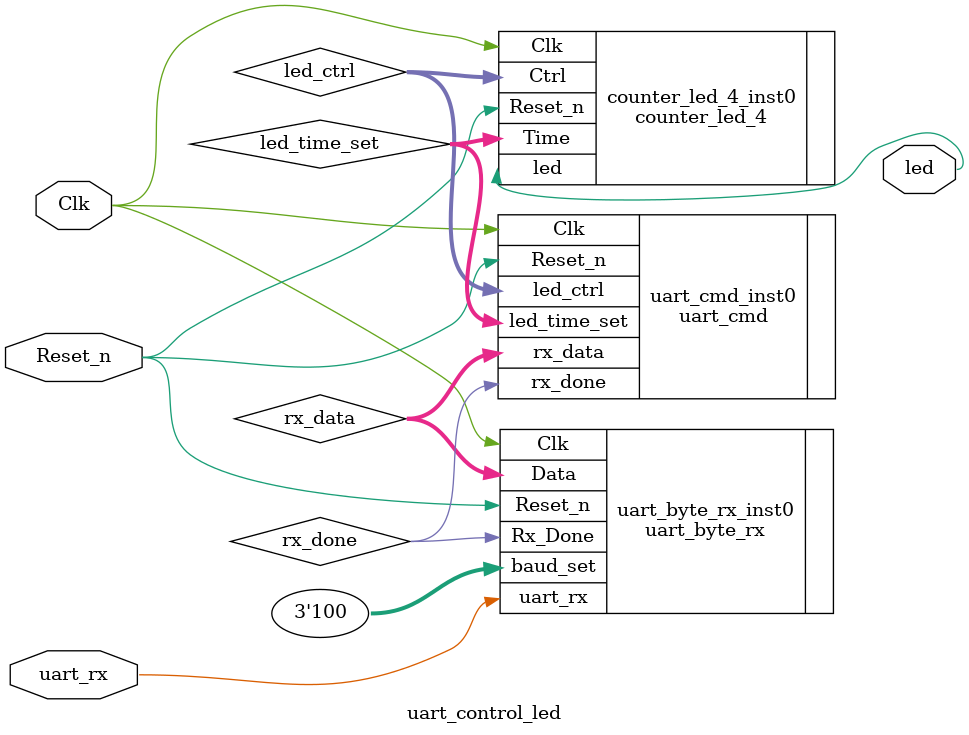
<source format=v>
module uart_control_led(
    Clk,
    Reset_n,
    uart_rx,
    led
);
    input Clk;
    input Reset_n;
    input uart_rx;
    output led;

    wire [7:0]rx_data;
    wire [7:0]led_ctrl;
    wire [31:0]led_time_set;
    wire rx_done;

    //例化子模块
    uart_byte_rx uart_byte_rx_inst0(
        .Clk(Clk),
        .Reset_n(Reset_n),
        .uart_rx(uart_rx),
        .baud_set(3'd4),
        .Data(rx_data),
        .Rx_Done(rx_done)
    );

    uart_cmd uart_cmd_inst0(
        .Clk(Clk),
        .Reset_n(Reset_n),
        .rx_data(rx_data),
        .rx_done(rx_done),
        .led_ctrl(led_ctrl),
        .led_time_set(led_time_set)
    );

    counter_led_4 counter_led_4_inst0(
        .Clk(Clk),
        .Reset_n(Reset_n),
        .Ctrl(led_ctrl), //LED状态控制
        .Time(led_time_set), //LED状态变化的时间
        .led(led)
    );

endmodule
</source>
